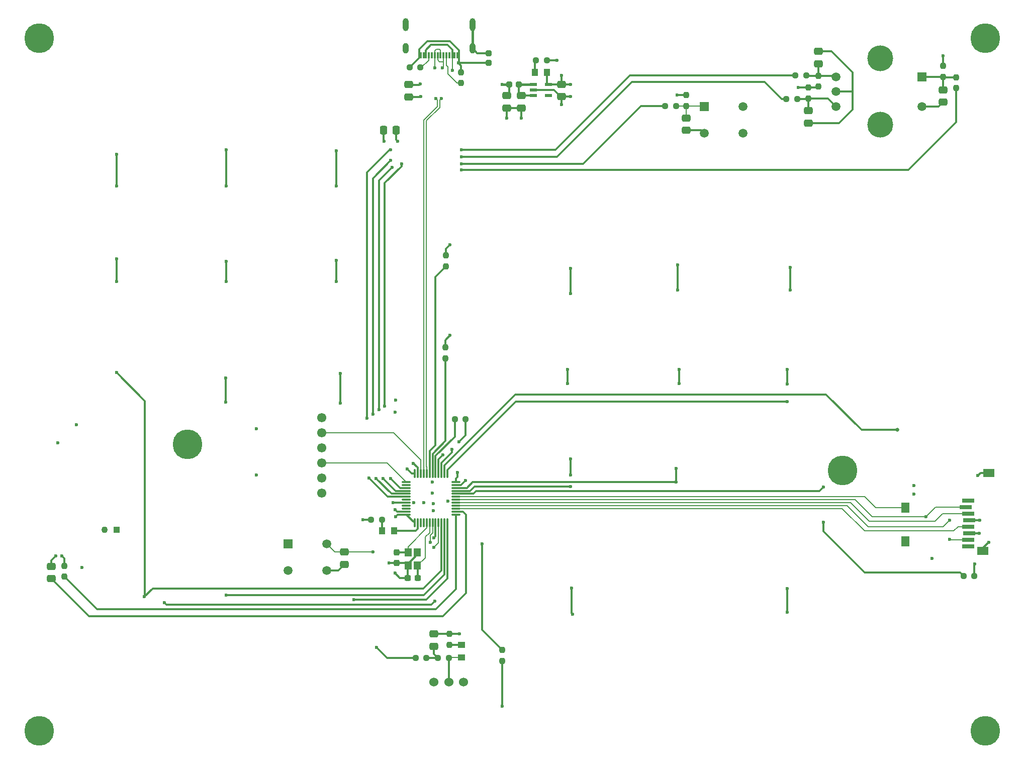
<source format=gtl>
G04 #@! TF.GenerationSoftware,KiCad,Pcbnew,8.0.3*
G04 #@! TF.CreationDate,2024-08-13T11:44:20+03:00*
G04 #@! TF.ProjectId,Keyboard_stm32,4b657962-6f61-4726-945f-73746d33322e,rev?*
G04 #@! TF.SameCoordinates,Original*
G04 #@! TF.FileFunction,Copper,L1,Top*
G04 #@! TF.FilePolarity,Positive*
%FSLAX46Y46*%
G04 Gerber Fmt 4.6, Leading zero omitted, Abs format (unit mm)*
G04 Created by KiCad (PCBNEW 8.0.3) date 2024-08-13 11:44:20*
%MOMM*%
%LPD*%
G01*
G04 APERTURE LIST*
G04 Aperture macros list*
%AMRoundRect*
0 Rectangle with rounded corners*
0 $1 Rounding radius*
0 $2 $3 $4 $5 $6 $7 $8 $9 X,Y pos of 4 corners*
0 Add a 4 corners polygon primitive as box body*
4,1,4,$2,$3,$4,$5,$6,$7,$8,$9,$2,$3,0*
0 Add four circle primitives for the rounded corners*
1,1,$1+$1,$2,$3*
1,1,$1+$1,$4,$5*
1,1,$1+$1,$6,$7*
1,1,$1+$1,$8,$9*
0 Add four rect primitives between the rounded corners*
20,1,$1+$1,$2,$3,$4,$5,0*
20,1,$1+$1,$4,$5,$6,$7,0*
20,1,$1+$1,$6,$7,$8,$9,0*
20,1,$1+$1,$8,$9,$2,$3,0*%
G04 Aperture macros list end*
G04 #@! TA.AperFunction,SMDPad,CuDef*
%ADD10RoundRect,0.250000X-0.250000X0.250000X-0.250000X-0.250000X0.250000X-0.250000X0.250000X0.250000X0*%
G04 #@! TD*
G04 #@! TA.AperFunction,SMDPad,CuDef*
%ADD11RoundRect,0.237500X0.250000X0.237500X-0.250000X0.237500X-0.250000X-0.237500X0.250000X-0.237500X0*%
G04 #@! TD*
G04 #@! TA.AperFunction,ComponentPad*
%ADD12C,5.000000*%
G04 #@! TD*
G04 #@! TA.AperFunction,ComponentPad*
%ADD13R,1.500000X1.500000*%
G04 #@! TD*
G04 #@! TA.AperFunction,ComponentPad*
%ADD14C,1.500000*%
G04 #@! TD*
G04 #@! TA.AperFunction,SMDPad,CuDef*
%ADD15R,1.400000X1.800000*%
G04 #@! TD*
G04 #@! TA.AperFunction,SMDPad,CuDef*
%ADD16R,1.900000X1.400000*%
G04 #@! TD*
G04 #@! TA.AperFunction,SMDPad,CuDef*
%ADD17R,2.000000X0.800000*%
G04 #@! TD*
G04 #@! TA.AperFunction,SMDPad,CuDef*
%ADD18RoundRect,0.075000X0.075000X-0.662500X0.075000X0.662500X-0.075000X0.662500X-0.075000X-0.662500X0*%
G04 #@! TD*
G04 #@! TA.AperFunction,SMDPad,CuDef*
%ADD19RoundRect,0.075000X0.662500X-0.075000X0.662500X0.075000X-0.662500X0.075000X-0.662500X-0.075000X0*%
G04 #@! TD*
G04 #@! TA.AperFunction,SMDPad,CuDef*
%ADD20RoundRect,0.237500X-0.237500X0.250000X-0.237500X-0.250000X0.237500X-0.250000X0.237500X0.250000X0*%
G04 #@! TD*
G04 #@! TA.AperFunction,SMDPad,CuDef*
%ADD21RoundRect,0.250000X-0.475000X0.337500X-0.475000X-0.337500X0.475000X-0.337500X0.475000X0.337500X0*%
G04 #@! TD*
G04 #@! TA.AperFunction,SMDPad,CuDef*
%ADD22RoundRect,0.250000X0.475000X-0.337500X0.475000X0.337500X-0.475000X0.337500X-0.475000X-0.337500X0*%
G04 #@! TD*
G04 #@! TA.AperFunction,SMDPad,CuDef*
%ADD23R,1.150000X1.400000*%
G04 #@! TD*
G04 #@! TA.AperFunction,SMDPad,CuDef*
%ADD24R,1.300000X1.100000*%
G04 #@! TD*
G04 #@! TA.AperFunction,SMDPad,CuDef*
%ADD25RoundRect,0.237500X-0.250000X-0.237500X0.250000X-0.237500X0.250000X0.237500X-0.250000X0.237500X0*%
G04 #@! TD*
G04 #@! TA.AperFunction,SMDPad,CuDef*
%ADD26RoundRect,0.237500X-0.237500X0.300000X-0.237500X-0.300000X0.237500X-0.300000X0.237500X0.300000X0*%
G04 #@! TD*
G04 #@! TA.AperFunction,SMDPad,CuDef*
%ADD27R,0.300000X1.100000*%
G04 #@! TD*
G04 #@! TA.AperFunction,ComponentPad*
%ADD28O,1.000000X1.800000*%
G04 #@! TD*
G04 #@! TA.AperFunction,ComponentPad*
%ADD29O,1.000000X2.200000*%
G04 #@! TD*
G04 #@! TA.AperFunction,ComponentPad*
%ADD30C,1.550000*%
G04 #@! TD*
G04 #@! TA.AperFunction,SMDPad,CuDef*
%ADD31RoundRect,0.237500X0.237500X-0.250000X0.237500X0.250000X-0.237500X0.250000X-0.237500X-0.250000X0*%
G04 #@! TD*
G04 #@! TA.AperFunction,SMDPad,CuDef*
%ADD32RoundRect,0.237500X0.300000X0.237500X-0.300000X0.237500X-0.300000X-0.237500X0.300000X-0.237500X0*%
G04 #@! TD*
G04 #@! TA.AperFunction,ComponentPad*
%ADD33C,4.350000*%
G04 #@! TD*
G04 #@! TA.AperFunction,SMDPad,CuDef*
%ADD34R,1.100000X1.300000*%
G04 #@! TD*
G04 #@! TA.AperFunction,ComponentPad*
%ADD35R,1.100000X1.100000*%
G04 #@! TD*
G04 #@! TA.AperFunction,ComponentPad*
%ADD36C,1.100000*%
G04 #@! TD*
G04 #@! TA.AperFunction,SMDPad,CuDef*
%ADD37RoundRect,0.250000X-0.337500X-0.475000X0.337500X-0.475000X0.337500X0.475000X-0.337500X0.475000X0*%
G04 #@! TD*
G04 #@! TA.AperFunction,SMDPad,CuDef*
%ADD38RoundRect,0.250000X-0.250000X-0.250000X0.250000X-0.250000X0.250000X0.250000X-0.250000X0.250000X0*%
G04 #@! TD*
G04 #@! TA.AperFunction,SMDPad,CuDef*
%ADD39R,1.200000X0.600000*%
G04 #@! TD*
G04 #@! TA.AperFunction,ComponentPad*
%ADD40C,1.524000*%
G04 #@! TD*
G04 #@! TA.AperFunction,ViaPad*
%ADD41C,0.600000*%
G04 #@! TD*
G04 #@! TA.AperFunction,ViaPad*
%ADD42C,0.650000*%
G04 #@! TD*
G04 #@! TA.AperFunction,Conductor*
%ADD43C,0.300000*%
G04 #@! TD*
G04 #@! TA.AperFunction,Conductor*
%ADD44C,0.200000*%
G04 #@! TD*
G04 #@! TA.AperFunction,Conductor*
%ADD45C,0.400000*%
G04 #@! TD*
G04 #@! TA.AperFunction,Conductor*
%ADD46C,0.190000*%
G04 #@! TD*
G04 #@! TA.AperFunction,Conductor*
%ADD47C,0.185000*%
G04 #@! TD*
G04 APERTURE END LIST*
D10*
X143320000Y-33890000D03*
X143320000Y-35490000D03*
D11*
X139450000Y-95550000D03*
X137625000Y-95550000D03*
D12*
X67650000Y-31350000D03*
D13*
X109550000Y-116550000D03*
D14*
X116050000Y-116550000D03*
X109550000Y-121050000D03*
X116050000Y-121050000D03*
D15*
X213548750Y-110425000D03*
X213548750Y-116125000D03*
D16*
X227598750Y-104575000D03*
X226598750Y-117725000D03*
D17*
X224098750Y-109235000D03*
X223698750Y-110335000D03*
X224098750Y-111435000D03*
X224298750Y-112535000D03*
X224098750Y-113635000D03*
X224298750Y-114735000D03*
X224098750Y-115835000D03*
X224098750Y-116935000D03*
D12*
X67650000Y-148050000D03*
D11*
X125350000Y-112450000D03*
X123525000Y-112450000D03*
D12*
X226950000Y-148050000D03*
D18*
X130900000Y-113012500D03*
X131400000Y-113012500D03*
X131900000Y-113012500D03*
X132400000Y-113012500D03*
X132900000Y-113012500D03*
X133400000Y-113012500D03*
X133900000Y-113012500D03*
X134400000Y-113012500D03*
X134900000Y-113012500D03*
X135400000Y-113012500D03*
X135900000Y-113012500D03*
X136400000Y-113012500D03*
D19*
X137812500Y-111600000D03*
X137812500Y-111100000D03*
X137812500Y-110600000D03*
X137812500Y-110100000D03*
X137812500Y-109600000D03*
X137812500Y-109100000D03*
X137812500Y-108600000D03*
X137812500Y-108100000D03*
X137812500Y-107600000D03*
X137812500Y-107100000D03*
X137812500Y-106600000D03*
X137812500Y-106100000D03*
D18*
X136400000Y-104687500D03*
X135900000Y-104687500D03*
X135400000Y-104687500D03*
X134900000Y-104687500D03*
X134400000Y-104687500D03*
X133900000Y-104687500D03*
X133400000Y-104687500D03*
X132900000Y-104687500D03*
X132400000Y-104687500D03*
X131900000Y-104687500D03*
X131400000Y-104687500D03*
X130900000Y-104687500D03*
D19*
X129487500Y-106100000D03*
X129487500Y-106600000D03*
X129487500Y-107100000D03*
X129487500Y-107600000D03*
X129487500Y-108100000D03*
X129487500Y-108600000D03*
X129487500Y-109100000D03*
X129487500Y-109600000D03*
X129487500Y-110100000D03*
X129487500Y-110600000D03*
X129487500Y-111100000D03*
X129487500Y-111600000D03*
D20*
X219850000Y-36025000D03*
X219850000Y-37850000D03*
D21*
X197150000Y-43562500D03*
X197150000Y-45637500D03*
D22*
X69650000Y-122387500D03*
X69650000Y-120312500D03*
D20*
X136050000Y-83425000D03*
X136050000Y-85250000D03*
D23*
X129750000Y-117975000D03*
X129750000Y-120175000D03*
X131350000Y-120175000D03*
X131350000Y-117975000D03*
D24*
X138737500Y-133550000D03*
X138737500Y-135650000D03*
D25*
X151325000Y-35100000D03*
X153150000Y-35100000D03*
D26*
X127812500Y-117987500D03*
X127812500Y-119712500D03*
D11*
X136650000Y-135750000D03*
X134825000Y-135750000D03*
D25*
X173075000Y-42812500D03*
X174900000Y-42812500D03*
X131025000Y-135750000D03*
X132850000Y-135750000D03*
D20*
X197150000Y-39687500D03*
X197150000Y-41512500D03*
D21*
X119050000Y-117912500D03*
X119050000Y-119987500D03*
D27*
X138350000Y-34240000D03*
X137550000Y-34240000D03*
X136250000Y-34240000D03*
X135250000Y-34240000D03*
X134750000Y-34240000D03*
X133750000Y-34240000D03*
X132450000Y-34240000D03*
X131650000Y-34240000D03*
X131950000Y-34240000D03*
X132750000Y-34240000D03*
X133250000Y-34240000D03*
X134250000Y-34240000D03*
X135750000Y-34240000D03*
X136750000Y-34240000D03*
X137250000Y-34240000D03*
X138050000Y-34240000D03*
D28*
X140620000Y-33090000D03*
D29*
X140620000Y-29090000D03*
D28*
X129380000Y-33090000D03*
D29*
X129380000Y-29090000D03*
D20*
X176650000Y-40937500D03*
X176650000Y-42762500D03*
D25*
X223337500Y-121950000D03*
X225162500Y-121950000D03*
D30*
X115250000Y-95270000D03*
X115250000Y-97810000D03*
X115250000Y-100350000D03*
X115250000Y-102890000D03*
X115250000Y-105430000D03*
X115250000Y-107970000D03*
D13*
X179650000Y-42850000D03*
D14*
X186150000Y-42850000D03*
X179650000Y-47350000D03*
X186150000Y-47350000D03*
D12*
X92650000Y-99750000D03*
D31*
X198900000Y-39512500D03*
X198900000Y-37687500D03*
X222100000Y-39762500D03*
X222100000Y-37937500D03*
D11*
X195312500Y-41600000D03*
X193487500Y-41600000D03*
D21*
X219850000Y-40062500D03*
X219850000Y-42137500D03*
D12*
X226950000Y-31350000D03*
D32*
X131412500Y-122275000D03*
X129687500Y-122275000D03*
D31*
X136737500Y-133512500D03*
X136737500Y-131687500D03*
D25*
X194987500Y-37600000D03*
X196812500Y-37600000D03*
D14*
X201825000Y-37850000D03*
X201825000Y-40350000D03*
X201825000Y-42850000D03*
D13*
X216325000Y-37850000D03*
D14*
X216325000Y-42850000D03*
D33*
X209325000Y-34750000D03*
X209325000Y-45950000D03*
D22*
X129850000Y-41225000D03*
X129850000Y-39150000D03*
D21*
X176650000Y-44812500D03*
X176650000Y-46887500D03*
D34*
X151100000Y-37100000D03*
X153200000Y-37100000D03*
D20*
X138720000Y-37077500D03*
X138720000Y-38902500D03*
D35*
X80650000Y-114150000D03*
D36*
X78650000Y-114150000D03*
D12*
X202950000Y-104150000D03*
D31*
X145650000Y-136262500D03*
X145650000Y-134437500D03*
D37*
X125675000Y-46850000D03*
X127750000Y-46850000D03*
D38*
X146800000Y-39150000D03*
X148400000Y-39150000D03*
D20*
X136150000Y-67950000D03*
X136150000Y-69775000D03*
D39*
X150900000Y-39150000D03*
X150900000Y-40100000D03*
X150900000Y-41050000D03*
X153400000Y-41050000D03*
X153400000Y-39150000D03*
D25*
X130007500Y-36290000D03*
X131832500Y-36290000D03*
D21*
X148850000Y-41025000D03*
X148850000Y-43100000D03*
D20*
X71850000Y-120237500D03*
X71850000Y-122062500D03*
D34*
X125350000Y-114350000D03*
X127450000Y-114350000D03*
D22*
X198900000Y-35637500D03*
X198900000Y-33562500D03*
X134137500Y-133787500D03*
X134137500Y-131712500D03*
D21*
X155650000Y-39112500D03*
X155650000Y-41187500D03*
X146350000Y-41025000D03*
X146350000Y-43100000D03*
D40*
X134137500Y-139787500D03*
X136637500Y-139787500D03*
X139137500Y-139787500D03*
D41*
X138270000Y-35540000D03*
X157150000Y-41150000D03*
X127650000Y-92350000D03*
X104250000Y-97150000D03*
X133850000Y-107950000D03*
X104250000Y-104950000D03*
X134050000Y-109750000D03*
X127550000Y-121450000D03*
X130650000Y-102950000D03*
X138450000Y-131687500D03*
X148850000Y-44800000D03*
X139450000Y-105850000D03*
X155650000Y-42550000D03*
X227550000Y-116250000D03*
X126550000Y-119750000D03*
X74850000Y-120550000D03*
X73925000Y-96425000D03*
X127550000Y-110750000D03*
X146350000Y-44800000D03*
X134150000Y-115550000D03*
X225750000Y-105050000D03*
X154850000Y-35100000D03*
X132450000Y-109550000D03*
X214950000Y-108150000D03*
X70750000Y-99550000D03*
X128050000Y-48750000D03*
X131781250Y-39081250D03*
X122150000Y-112450000D03*
X127550000Y-94350000D03*
X214950000Y-106750000D03*
X219850000Y-34350000D03*
X157150000Y-39150000D03*
X195487500Y-39687500D03*
X130724999Y-109561986D03*
X129650000Y-103950000D03*
X155650000Y-37650000D03*
X125750000Y-48750000D03*
X127650000Y-111950000D03*
X136450000Y-109350000D03*
X133850000Y-106150000D03*
X218050000Y-118950000D03*
X138050000Y-104550000D03*
X134050000Y-110950000D03*
X226050000Y-112550000D03*
X175050000Y-40950000D03*
X131950000Y-41212500D03*
X123850000Y-117912500D03*
X133550000Y-116250000D03*
X70450000Y-118550000D03*
X134150000Y-117150000D03*
X137250000Y-36790000D03*
X145600000Y-39150000D03*
X136850000Y-66150000D03*
X136816639Y-81433361D03*
X138375000Y-99325000D03*
X145650000Y-143850000D03*
X88750000Y-126450000D03*
X134250000Y-126150000D03*
X71450000Y-118550000D03*
X216986250Y-111950000D03*
X220986250Y-112550000D03*
X220986250Y-115800000D03*
X127250000Y-109600000D03*
X124450000Y-133950000D03*
X137150000Y-100650000D03*
X142250000Y-116550000D03*
X135650000Y-101550000D03*
X138750000Y-50150000D03*
X122850000Y-95350000D03*
X123150000Y-105450000D03*
X126850000Y-50150000D03*
X124850000Y-93950000D03*
X125600000Y-105500000D03*
X127050000Y-53150000D03*
X138750000Y-53550000D03*
X138750000Y-52550000D03*
X128650000Y-52550000D03*
X126850000Y-105550000D03*
X125850000Y-93350000D03*
X123850000Y-94650000D03*
X126850000Y-51950000D03*
X138750000Y-51350000D03*
X124400000Y-105500000D03*
X85350000Y-125450000D03*
X80650000Y-50950000D03*
X80650000Y-56250000D03*
X80650000Y-87650000D03*
X80650000Y-68550000D03*
X80650000Y-72350000D03*
X99150000Y-125150000D03*
X99050000Y-92650000D03*
X99050000Y-88550000D03*
X99150000Y-56250000D03*
X99150000Y-50150000D03*
X99150000Y-72350000D03*
X99150000Y-68950000D03*
X117650000Y-56250000D03*
X118400000Y-87850000D03*
X117650000Y-72350000D03*
X120650000Y-125950000D03*
X117650000Y-50350000D03*
X117650000Y-68750000D03*
X118400000Y-92850000D03*
X157150000Y-74350000D03*
X157150000Y-106850000D03*
X157150000Y-102250000D03*
X156650000Y-87150000D03*
X157450000Y-128350000D03*
X157150000Y-70150000D03*
X157150000Y-104950000D03*
X157350000Y-124000000D03*
X156650000Y-89550000D03*
X175150000Y-73750000D03*
X174900000Y-106100000D03*
X175400000Y-89550000D03*
X175400000Y-87150000D03*
X175150000Y-69550000D03*
X174900000Y-103850000D03*
X193650000Y-89600000D03*
X193650000Y-92600000D03*
X194150000Y-69950000D03*
X194150000Y-73750000D03*
X193650000Y-124050000D03*
X193650000Y-128050000D03*
X193650000Y-87150000D03*
D42*
X212150000Y-97350000D03*
D41*
X135570000Y-36340000D03*
X134450000Y-41550000D03*
X134250000Y-36360000D03*
X135350000Y-41550000D03*
X225950000Y-114750000D03*
X199750000Y-112850000D03*
X199750000Y-106950000D03*
X225250000Y-119950000D03*
D43*
X153150000Y-35100000D02*
X154850000Y-35100000D01*
X143320000Y-35490000D02*
X138320000Y-35490000D01*
X131781250Y-39081250D02*
X131650000Y-39212500D01*
X155650000Y-41187500D02*
X157112500Y-41187500D01*
X131650000Y-34240000D02*
X131650000Y-34647500D01*
X129687500Y-120237500D02*
X129750000Y-120175000D01*
X136737500Y-131687500D02*
X138450000Y-131687500D01*
X138350000Y-35460000D02*
X138350000Y-34240000D01*
X131650000Y-39212500D02*
X130050000Y-39212500D01*
X127750000Y-48450000D02*
X127750000Y-46850000D01*
X116050000Y-121050000D02*
X117987500Y-121050000D01*
X216325000Y-42850000D02*
X219137500Y-42850000D01*
X129287500Y-119712500D02*
X129750000Y-120175000D01*
X146350000Y-43100000D02*
X147650000Y-43100000D01*
X201062500Y-33562500D02*
X198900000Y-33562500D01*
X131350000Y-117975000D02*
X131350000Y-118350000D01*
X123525000Y-112450000D02*
X122150000Y-112450000D01*
X227598750Y-104575000D02*
X226225000Y-104575000D01*
X134150000Y-115550000D02*
X134400000Y-115300000D01*
X201825000Y-40350000D02*
X204650000Y-40350000D01*
X138720000Y-37077500D02*
X138720000Y-35990000D01*
X129687500Y-122275000D02*
X129687500Y-120237500D01*
X150900000Y-40100000D02*
X154362500Y-40100000D01*
X138720000Y-35990000D02*
X138270000Y-35540000D01*
X134400000Y-115300000D02*
X134400000Y-113012500D01*
X136820000Y-31890000D02*
X138350000Y-33420000D01*
X176650000Y-46887500D02*
X179187500Y-46887500D01*
X131350000Y-118350000D02*
X129750000Y-119950000D01*
X127812500Y-119712500D02*
X129287500Y-119712500D01*
X148850000Y-43100000D02*
X148850000Y-44800000D01*
X226598750Y-117725000D02*
X226386250Y-117512500D01*
X157112500Y-41187500D02*
X157150000Y-41150000D01*
X226225000Y-104575000D02*
X225750000Y-105050000D01*
X138350000Y-33420000D02*
X138350000Y-34240000D01*
X128050000Y-48750000D02*
X127750000Y-48450000D01*
X138320000Y-35490000D02*
X138270000Y-35540000D01*
X139450000Y-105850000D02*
X138700000Y-106600000D01*
X127775000Y-119750000D02*
X127812500Y-119712500D01*
X204650000Y-43350000D02*
X204650000Y-40350000D01*
X219137500Y-42850000D02*
X219850000Y-42137500D01*
X130650000Y-102950000D02*
X131400000Y-103700000D01*
X202362500Y-45637500D02*
X204650000Y-43350000D01*
X204650000Y-37150000D02*
X201062500Y-33562500D01*
X146350000Y-43100000D02*
X146350000Y-44800000D01*
X226598750Y-117725000D02*
X226598750Y-117201250D01*
X129750000Y-119950000D02*
X129750000Y-120175000D01*
X131400000Y-103700000D02*
X131400000Y-104687500D01*
X126550000Y-119750000D02*
X127775000Y-119750000D01*
X127900000Y-111100000D02*
X129487500Y-111100000D01*
X127550000Y-121450000D02*
X128375000Y-122275000D01*
X138270000Y-35540000D02*
X138350000Y-35460000D01*
X131650000Y-34647500D02*
X130007500Y-36290000D01*
X117987500Y-121050000D02*
X119050000Y-119987500D01*
X128375000Y-122275000D02*
X129687500Y-122275000D01*
X147650000Y-43100000D02*
X148850000Y-43100000D01*
X127550000Y-110750000D02*
X127900000Y-111100000D01*
X179187500Y-46887500D02*
X179650000Y-47350000D01*
X155650000Y-41187500D02*
X155650000Y-42550000D01*
X197150000Y-45637500D02*
X202362500Y-45637500D01*
X136712500Y-131712500D02*
X136737500Y-131687500D01*
X138700000Y-106600000D02*
X137812500Y-106600000D01*
X154362500Y-40100000D02*
X155650000Y-41387500D01*
X133020000Y-31890000D02*
X136820000Y-31890000D01*
X131650000Y-33260000D02*
X133020000Y-31890000D01*
X226598750Y-117201250D02*
X227550000Y-116250000D01*
X204650000Y-40350000D02*
X204650000Y-37150000D01*
X131650000Y-34240000D02*
X131650000Y-33260000D01*
X134137500Y-131712500D02*
X136712500Y-131712500D01*
X224313750Y-112550000D02*
X224298750Y-112535000D01*
X128000000Y-111600000D02*
X129487500Y-111600000D01*
X176637500Y-40950000D02*
X176650000Y-40937500D01*
X130387500Y-104687500D02*
X130900000Y-104687500D01*
X197150000Y-39687500D02*
X198725000Y-39687500D01*
X129650000Y-103950000D02*
X130387500Y-104687500D01*
X157112500Y-39112500D02*
X157150000Y-39150000D01*
X155612500Y-39150000D02*
X155650000Y-39112500D01*
X175050000Y-40950000D02*
X176637500Y-40950000D01*
X153400000Y-39150000D02*
X155612500Y-39150000D01*
X127650000Y-111950000D02*
X128000000Y-111600000D01*
X226050000Y-112550000D02*
X224313750Y-112550000D01*
X138050000Y-105250000D02*
X137812500Y-105487500D01*
X155650000Y-39112500D02*
X155650000Y-37650000D01*
X137812500Y-105487500D02*
X137812500Y-106100000D01*
X153200000Y-38950000D02*
X153200000Y-37100000D01*
X125675000Y-46850000D02*
X125675000Y-48675000D01*
X198725000Y-39687500D02*
X198900000Y-39512500D01*
X197150000Y-39687500D02*
X195487500Y-39687500D01*
X219850000Y-36025000D02*
X219850000Y-34350000D01*
X153400000Y-39150000D02*
X153200000Y-38950000D01*
X130900000Y-113012500D02*
X129487500Y-111600000D01*
X138050000Y-104550000D02*
X138050000Y-105250000D01*
X130050000Y-41287500D02*
X131875000Y-41287500D01*
X125675000Y-48675000D02*
X125750000Y-48750000D01*
X155650000Y-39112500D02*
X157112500Y-39112500D01*
X131875000Y-41287500D02*
X131950000Y-41212500D01*
D44*
X116050000Y-116550000D02*
X117412500Y-117912500D01*
X117412500Y-117912500D02*
X119050000Y-117912500D01*
X133550000Y-115050000D02*
X133900000Y-114700000D01*
X133550000Y-116250000D02*
X133550000Y-115050000D01*
X123850000Y-117912500D02*
X119050000Y-117912500D01*
X133900000Y-114700000D02*
X133900000Y-113012500D01*
D43*
X134825000Y-135750000D02*
X132850000Y-135750000D01*
X134137500Y-135062500D02*
X134825000Y-135750000D01*
X134137500Y-133787500D02*
X134137500Y-135062500D01*
X127812500Y-117987500D02*
X129737500Y-117987500D01*
X129737500Y-117987500D02*
X129750000Y-117975000D01*
D44*
X129750000Y-117003120D02*
X129750000Y-117975000D01*
X132900000Y-113012500D02*
X132900000Y-113853120D01*
X132900000Y-113853120D02*
X129750000Y-117003120D01*
D43*
X131412500Y-122275000D02*
X131412500Y-120237500D01*
X131412500Y-120237500D02*
X131350000Y-120175000D01*
D44*
X133400000Y-114634314D02*
X133400000Y-113012500D01*
X132650000Y-118875000D02*
X132650000Y-115384314D01*
X132650000Y-115384314D02*
X133400000Y-114634314D01*
X131350000Y-120175000D02*
X132650000Y-118875000D01*
D43*
X139550000Y-124850000D02*
X139550000Y-111650000D01*
X69650000Y-122387500D02*
X76012500Y-128750000D01*
X135650000Y-128750000D02*
X139550000Y-124850000D01*
X76012500Y-128750000D02*
X135650000Y-128750000D01*
X139550000Y-111650000D02*
X139000000Y-111100000D01*
X139000000Y-111100000D02*
X137812500Y-111100000D01*
X69650000Y-119350000D02*
X70450000Y-118550000D01*
X69650000Y-120312500D02*
X69650000Y-119350000D01*
D44*
X134150000Y-117150000D02*
X134900000Y-116400000D01*
X134900000Y-116400000D02*
X134900000Y-113012500D01*
D43*
X198900000Y-37687500D02*
X196900000Y-37687500D01*
X198900000Y-35637500D02*
X198900000Y-37687500D01*
D44*
X196900000Y-37687500D02*
X196812500Y-37600000D01*
X201662500Y-37687500D02*
X201825000Y-37850000D01*
D43*
X198900000Y-37687500D02*
X201662500Y-37687500D01*
X222100000Y-37937500D02*
X219937500Y-37937500D01*
X216325000Y-37850000D02*
X219850000Y-37850000D01*
D44*
X219937500Y-37937500D02*
X219850000Y-37850000D01*
D43*
X219850000Y-40062500D02*
X219850000Y-37850000D01*
D44*
X216825000Y-37350000D02*
X216325000Y-37850000D01*
X174900000Y-42812500D02*
X176600000Y-42812500D01*
X179562500Y-42762500D02*
X179650000Y-42850000D01*
X176600000Y-42812500D02*
X176650000Y-42762500D01*
X176650000Y-44812500D02*
X176650000Y-42762500D01*
X176650000Y-42762500D02*
X179562500Y-42762500D01*
D43*
X195312500Y-41600000D02*
X197062500Y-41600000D01*
X200487500Y-41512500D02*
X201825000Y-42850000D01*
X197150000Y-43562500D02*
X197150000Y-41512500D01*
X197150000Y-41512500D02*
X200487500Y-41512500D01*
D44*
X197062500Y-41600000D02*
X197150000Y-41512500D01*
X146800000Y-40575000D02*
X146350000Y-41025000D01*
D43*
X137250000Y-33320000D02*
X137250000Y-34240000D01*
D45*
X145600000Y-39150000D02*
X145850000Y-39150000D01*
X146800000Y-39150000D02*
X145600000Y-39150000D01*
D43*
X132750000Y-34240000D02*
X132750000Y-33360000D01*
X133620000Y-32490000D02*
X136420000Y-32490000D01*
X132750000Y-33360000D02*
X133620000Y-32490000D01*
D44*
X137250000Y-36790000D02*
X137250000Y-34240000D01*
D43*
X146800000Y-39150000D02*
X146800000Y-40575000D01*
X136420000Y-32490000D02*
X137250000Y-33320000D01*
X148850000Y-41025000D02*
X148875000Y-41050000D01*
X148400000Y-39312500D02*
X148400000Y-40575000D01*
X148875000Y-41050000D02*
X150900000Y-41050000D01*
D45*
X148562500Y-39150000D02*
X148400000Y-39312500D01*
D44*
X148400000Y-40575000D02*
X148850000Y-41025000D01*
D45*
X150900000Y-39150000D02*
X148562500Y-39150000D01*
D43*
X131400000Y-114000000D02*
X131050000Y-114350000D01*
X131050000Y-114350000D02*
X127450000Y-114350000D01*
X131400000Y-113012500D02*
X131400000Y-114000000D01*
X125350000Y-114350000D02*
X125350000Y-112450000D01*
X136775000Y-133550000D02*
X136737500Y-133512500D01*
X138737500Y-133550000D02*
X136775000Y-133550000D01*
D44*
X137100000Y-135750000D02*
X137200000Y-135650000D01*
X136650000Y-135750000D02*
X137100000Y-135750000D01*
X137200000Y-135650000D02*
X138737500Y-135650000D01*
D43*
X136650000Y-139775000D02*
X136637500Y-139787500D01*
D44*
X136637500Y-135762500D02*
X136650000Y-135750000D01*
D43*
X136650000Y-135750000D02*
X136650000Y-139775000D01*
X136850000Y-66150000D02*
X136150000Y-66850000D01*
X136150000Y-66850000D02*
X136150000Y-67950000D01*
X136050000Y-83425000D02*
X136050000Y-82200000D01*
X136050000Y-82200000D02*
X136816639Y-81433361D01*
X139450000Y-98250000D02*
X139450000Y-95550000D01*
X138375000Y-99325000D02*
X139450000Y-98250000D01*
X145650000Y-143850000D02*
X145650000Y-136262500D01*
X133650000Y-126750000D02*
X134250000Y-126150000D01*
X89050000Y-126750000D02*
X133650000Y-126750000D01*
X88750000Y-126450000D02*
X89050000Y-126750000D01*
X151100000Y-37100000D02*
X151100000Y-35325000D01*
X151100000Y-35325000D02*
X151325000Y-35100000D01*
D44*
X126277500Y-102890000D02*
X129487500Y-106100000D01*
X115250000Y-102890000D02*
X126277500Y-102890000D01*
X115250000Y-97810000D02*
X127310000Y-97810000D01*
X127310000Y-97810000D02*
X131900000Y-102400000D01*
X131900000Y-102400000D02*
X131900000Y-104687500D01*
D43*
X143320000Y-33890000D02*
X141420000Y-33890000D01*
X141420000Y-33890000D02*
X140620000Y-33090000D01*
D45*
X140620000Y-33090000D02*
X140620000Y-29090000D01*
D43*
X71850000Y-118950000D02*
X71450000Y-118550000D01*
X71850000Y-120237500D02*
X71850000Y-118950000D01*
D44*
X138032500Y-38902500D02*
X138720000Y-38902500D01*
X136520000Y-36190761D02*
X136520000Y-37390000D01*
X136250000Y-34240000D02*
X136250000Y-35920761D01*
X136250000Y-35920761D02*
X136520000Y-36190761D01*
X136520000Y-37390000D02*
X138032500Y-38902500D01*
X132020000Y-36290000D02*
X131832500Y-36290000D01*
X133250000Y-35060000D02*
X132020000Y-36290000D01*
X133250000Y-34240000D02*
X133250000Y-35060000D01*
X206650000Y-114350000D02*
X221686250Y-114350000D01*
X202900000Y-110600000D02*
X206650000Y-114350000D01*
X137812500Y-110600000D02*
X202900000Y-110600000D01*
X222401250Y-113635000D02*
X224098750Y-113635000D01*
X221686250Y-114350000D02*
X222401250Y-113635000D01*
X137812500Y-108600000D02*
X206700000Y-108600000D01*
X206700000Y-108600000D02*
X208525000Y-110425000D01*
X208525000Y-110425000D02*
X213548750Y-110425000D01*
D46*
X218486250Y-112750000D02*
X207450000Y-112750000D01*
X219801250Y-111435000D02*
X218486250Y-112750000D01*
X207450000Y-112750000D02*
X204300000Y-109600000D01*
X204300000Y-109600000D02*
X137812500Y-109600000D01*
X224098750Y-111435000D02*
X219801250Y-111435000D01*
X218601250Y-110335000D02*
X216986250Y-111950000D01*
X208450000Y-111950000D02*
X207950000Y-111950000D01*
X223698750Y-110335000D02*
X218601250Y-110335000D01*
X216986250Y-111950000D02*
X208450000Y-111950000D01*
X205100000Y-109100000D02*
X137812500Y-109100000D01*
X207950000Y-111950000D02*
X205100000Y-109100000D01*
X207250000Y-113650000D02*
X203700000Y-110100000D01*
X220986250Y-112550000D02*
X219886250Y-113650000D01*
X220986250Y-115800000D02*
X221021250Y-115835000D01*
X207550000Y-113650000D02*
X207250000Y-113650000D01*
X203700000Y-110100000D02*
X137812500Y-110100000D01*
X219886250Y-113650000D02*
X207550000Y-113650000D01*
X221021250Y-115835000D02*
X224098750Y-115835000D01*
D43*
X127250000Y-109600000D02*
X129487500Y-109600000D01*
X126250000Y-135750000D02*
X131025000Y-135750000D01*
X124450000Y-133950000D02*
X126250000Y-135750000D01*
X137812500Y-124187500D02*
X134450000Y-127550000D01*
X134450000Y-127550000D02*
X77350000Y-127550000D01*
X77350000Y-127550000D02*
X71862500Y-122062500D01*
X71862500Y-122062500D02*
X71850000Y-122062500D01*
X137812500Y-111600000D02*
X137812500Y-124187500D01*
X135400000Y-103350000D02*
X135400000Y-104687500D01*
X137150000Y-100650000D02*
X137150000Y-101150000D01*
X142250000Y-131037500D02*
X145650000Y-134437500D01*
X135400000Y-102900000D02*
X135400000Y-103350000D01*
X135400000Y-103100000D02*
X135400000Y-103350000D01*
X137150000Y-101150000D02*
X135400000Y-102900000D01*
X142250000Y-116550000D02*
X142250000Y-131037500D01*
X134400000Y-104687500D02*
X134400000Y-101680761D01*
X137625000Y-98455761D02*
X137625000Y-95550000D01*
X134400000Y-101680761D02*
X137625000Y-98455761D01*
X133900000Y-101350000D02*
X136050000Y-99200000D01*
X136050000Y-99200000D02*
X136050000Y-85250000D01*
X133900000Y-104687500D02*
X133900000Y-101350000D01*
X134350000Y-99900000D02*
X134350000Y-71575000D01*
X133400000Y-104687500D02*
X133400000Y-100850000D01*
X134350000Y-71575000D02*
X136150000Y-69775000D01*
X133400000Y-100850000D02*
X134350000Y-99900000D01*
X134900000Y-102300000D02*
X134900000Y-104687500D01*
X135650000Y-101550000D02*
X134900000Y-102300000D01*
X122850000Y-53950000D02*
X126650000Y-50150000D01*
X122850000Y-95350000D02*
X122850000Y-53950000D01*
X126650000Y-50150000D02*
X126850000Y-50150000D01*
X123150000Y-105450000D02*
X126300000Y-108600000D01*
X167150000Y-37600000D02*
X154600000Y-50150000D01*
X154600000Y-50150000D02*
X138750000Y-50150000D01*
X194987500Y-37600000D02*
X167150000Y-37600000D01*
X126300000Y-108600000D02*
X129487500Y-108600000D01*
X222100000Y-39762500D02*
X222100000Y-45500000D01*
X222100000Y-45500000D02*
X214050000Y-53550000D01*
X125600000Y-105500000D02*
X127700000Y-107600000D01*
X127700000Y-107600000D02*
X129487500Y-107600000D01*
X214050000Y-53550000D02*
X138750000Y-53550000D01*
X124850000Y-55350000D02*
X124850000Y-93950000D01*
X127050000Y-53150000D02*
X124850000Y-55350000D01*
X128400000Y-107100000D02*
X129487500Y-107100000D01*
X159250000Y-52550000D02*
X138750000Y-52550000D01*
X173075000Y-42812500D02*
X168987500Y-42812500D01*
X128650000Y-52950000D02*
X125850000Y-55750000D01*
X125850000Y-55750000D02*
X125850000Y-93350000D01*
X126850000Y-105550000D02*
X128400000Y-107100000D01*
X128650000Y-52550000D02*
X128650000Y-52950000D01*
X168987500Y-42812500D02*
X159250000Y-52550000D01*
X193487500Y-41600000D02*
X192700000Y-41600000D01*
X192700000Y-41600000D02*
X189850000Y-38750000D01*
X189850000Y-38750000D02*
X167450000Y-38750000D01*
X154850000Y-51350000D02*
X138750000Y-51350000D01*
X127000000Y-108100000D02*
X129487500Y-108100000D01*
X123850000Y-54950000D02*
X123850000Y-94650000D01*
X126850000Y-51950000D02*
X123850000Y-54950000D01*
X167450000Y-38750000D02*
X154850000Y-51350000D01*
X124400000Y-105500000D02*
X127000000Y-108100000D01*
X80650000Y-56250000D02*
X80650000Y-56255000D01*
X80650000Y-50950000D02*
X80650000Y-56250000D01*
X86750000Y-124050000D02*
X132350000Y-124050000D01*
X132350000Y-124050000D02*
X135400000Y-121000000D01*
X85450000Y-125350000D02*
X85450000Y-92450000D01*
X80650000Y-68550000D02*
X80650000Y-72350000D01*
X85450000Y-92450000D02*
X80650000Y-87650000D01*
X85350000Y-125450000D02*
X86750000Y-124050000D01*
X135400000Y-121000000D02*
X135400000Y-113012500D01*
X85350000Y-125450000D02*
X85450000Y-125350000D01*
X135900000Y-121700000D02*
X135900000Y-113012500D01*
X99150000Y-125150000D02*
X132450000Y-125150000D01*
X99150000Y-68950000D02*
X99150000Y-72350000D01*
X132450000Y-125150000D02*
X135900000Y-121700000D01*
X99150000Y-56250000D02*
X99150000Y-56255000D01*
X99150000Y-50150000D02*
X99150000Y-56250000D01*
X99050000Y-88550000D02*
X99050000Y-92650000D01*
X117650000Y-50350000D02*
X117650000Y-56250000D01*
X118400000Y-87850000D02*
X118400000Y-92850000D01*
X136400000Y-122400000D02*
X136400000Y-113012500D01*
X132850000Y-125950000D02*
X136400000Y-122400000D01*
X117650000Y-56250000D02*
X117650000Y-56255000D01*
X120650000Y-125950000D02*
X132850000Y-125950000D01*
X117650000Y-68750000D02*
X117650000Y-72350000D01*
X157150000Y-106850000D02*
X140950000Y-106850000D01*
X157150000Y-70150000D02*
X157150000Y-74350000D01*
X140950000Y-106850000D02*
X140200000Y-107600000D01*
X157150000Y-104950000D02*
X157150000Y-102250000D01*
X140200000Y-107600000D02*
X137812500Y-107600000D01*
X156650000Y-87150000D02*
X156650000Y-89550000D01*
X157350000Y-124000000D02*
X157350000Y-128250000D01*
X157350000Y-128250000D02*
X157450000Y-128350000D01*
X140648529Y-106150000D02*
X139698529Y-107100000D01*
X175400000Y-87150000D02*
X175400000Y-89550000D01*
X174900000Y-106100000D02*
X174900000Y-103850000D01*
X174900000Y-106100000D02*
X174850000Y-106150000D01*
X174850000Y-106150000D02*
X140648529Y-106150000D01*
X175150000Y-73750000D02*
X175150000Y-69550000D01*
X175150000Y-69550000D02*
X175250000Y-69650000D01*
X139698529Y-107100000D02*
X137812500Y-107100000D01*
X136400000Y-104100000D02*
X147900000Y-92600000D01*
X193650000Y-124050000D02*
X193650000Y-128050000D01*
X194150000Y-69950000D02*
X194150000Y-73750000D01*
X136400000Y-104687500D02*
X136400000Y-104100000D01*
X147900000Y-92600000D02*
X193650000Y-92600000D01*
X193650000Y-87150000D02*
X193650000Y-89600000D01*
X206150000Y-97350000D02*
X212150000Y-97350000D01*
X200150000Y-91350000D02*
X206150000Y-97350000D01*
X135900000Y-103300000D02*
X147850000Y-91350000D01*
X147850000Y-91350000D02*
X200150000Y-91350000D01*
X135900000Y-104687500D02*
X135900000Y-103300000D01*
D47*
X135750000Y-36160000D02*
X135570000Y-36340000D01*
X135075000Y-35350000D02*
X135750000Y-35350000D01*
X134750000Y-34240000D02*
X134750000Y-35025000D01*
X135750000Y-34240000D02*
X135750000Y-36160000D01*
D44*
X135570000Y-36340000D02*
X135670000Y-36340000D01*
D47*
X134750000Y-35025000D02*
X135075000Y-35350000D01*
X132457500Y-103523749D02*
X132400000Y-103581249D01*
X134450000Y-41550000D02*
X134707499Y-41807499D01*
X132400000Y-103581249D02*
X132400000Y-104687500D01*
X134707499Y-41807499D02*
X134707499Y-42870263D01*
X134707499Y-42870263D02*
X132457500Y-45120262D01*
X132457500Y-45120262D02*
X132457500Y-103523749D01*
D44*
X135020000Y-33190000D02*
X135250000Y-33420000D01*
X135250000Y-33420000D02*
X135250000Y-34240000D01*
X134520000Y-33190000D02*
X135020000Y-33190000D01*
X134250000Y-34240000D02*
X134250000Y-33460000D01*
X134250000Y-33460000D02*
X134520000Y-33190000D01*
D47*
X134250000Y-34240000D02*
X134250000Y-36360000D01*
X132900000Y-103581249D02*
X132900000Y-104687500D01*
X132842500Y-45279738D02*
X132842500Y-103523749D01*
X132842500Y-103523749D02*
X132900000Y-103581249D01*
X135350000Y-41550000D02*
X135092501Y-41807499D01*
X135092501Y-41807499D02*
X135092501Y-43029737D01*
X135092501Y-43029737D02*
X132842500Y-45279738D01*
D43*
X225950000Y-114750000D02*
X224313750Y-114750000D01*
X224313750Y-114750000D02*
X224298750Y-114735000D01*
X199750000Y-112850000D02*
X199750000Y-114450000D01*
X222737500Y-121350000D02*
X223337500Y-121950000D01*
X140800000Y-108100000D02*
X137812500Y-108100000D01*
X199050000Y-107650000D02*
X141250000Y-107650000D01*
X199750000Y-114450000D02*
X206650000Y-121350000D01*
X141250000Y-107650000D02*
X140800000Y-108100000D01*
X199750000Y-106950000D02*
X199050000Y-107650000D01*
X206650000Y-121350000D02*
X222737500Y-121350000D01*
X225162500Y-120037500D02*
X225250000Y-119950000D01*
X225162500Y-121950000D02*
X225162500Y-120037500D01*
M02*

</source>
